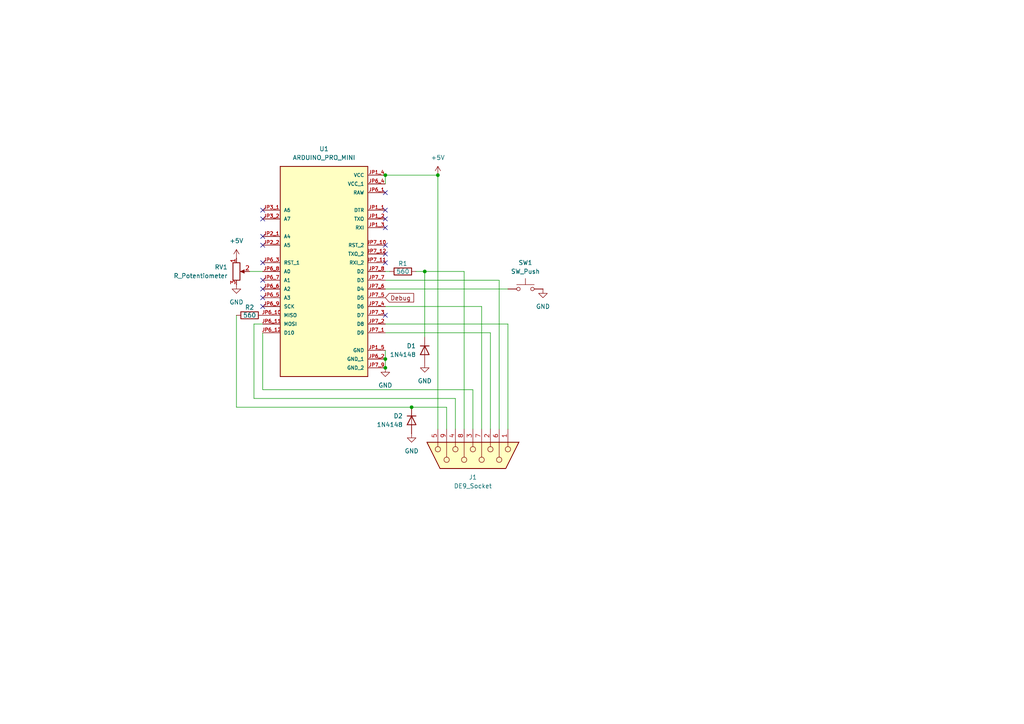
<source format=kicad_sch>
(kicad_sch (version 20250114) (generator "eeschema") (generator_version "9.0")
  (paper "A4")
  (lib_symbols
    (symbol "Connector:DE9_Socket" (pin_names (offset 1.016) (hide yes))
      (property "Reference" "J" (at 0 13.97 0))
      (property "Value" "DE9_Socket" (at 0 -14.605 0))
      (symbol "DE9_Socket_0_1"
        (polyline (pts (xy -3.81 13.335) (xy -3.81 -13.335) (xy 3.81 -9.525) (xy 3.81 9.525) (xy -3.81 13.335)) (stroke (width 0.254)) (fill (type background)))
        (polyline (pts (xy -3.81 10.16) (xy -2.54 10.16)))
        (polyline (pts (xy -3.81 7.62) (xy 0.508 7.62)))
        (polyline (pts (xy -3.81 5.08) (xy -2.54 5.08)))
        (polyline (pts (xy -3.81 2.54) (xy 0.508 2.54)))
        (polyline (pts (xy -3.81 0) (xy -2.54 0)))
        (polyline (pts (xy -3.81 -2.54) (xy 0.508 -2.54)))
        (polyline (pts (xy -3.81 -5.08) (xy -2.54 -5.08)))
        (polyline (pts (xy -3.81 -7.62) (xy 0.508 -7.62)))
        (polyline (pts (xy -3.81 -10.16) (xy -2.54 -10.16)))
        (circle (center -1.778 10.16) (radius 0.762))
        (circle (center -1.778 5.08) (radius 0.762))
        (circle (center -1.778 0) (radius 0.762))
        (circle (center -1.778 -5.08) (radius 0.762))
        (circle (center -1.778 -10.16) (radius 0.762))
        (circle (center 1.27 7.62) (radius 0.762))
        (circle (center 1.27 2.54) (radius 0.762))
        (circle (center 1.27 -2.54) (radius 0.762))
        (circle (center 1.27 -7.62) (radius 0.762))
      )
      (symbol "DE9_Socket_1_1"
        (pin passive line (at -7.62 10.16 0) (length 3.81) (name "1") (number "1"))
        (pin passive line (at -7.62 7.62 0) (length 3.81) (name "6") (number "6"))
        (pin passive line (at -7.62 5.08 0) (length 3.81) (name "2") (number "2"))
        (pin passive line (at -7.62 2.54 0) (length 3.81) (name "7") (number "7"))
        (pin passive line (at -7.62 0 0) (length 3.81) (name "3") (number "3"))
        (pin passive line (at -7.62 -2.54 0) (length 3.81) (name "8") (number "8"))
        (pin passive line (at -7.62 -5.08 0) (length 3.81) (name "4") (number "4"))
        (pin passive line (at -7.62 -7.62 0) (length 3.81) (name "9") (number "9"))
        (pin passive line (at -7.62 -10.16 0) (length 3.81) (name "5") (number "5"))
      )
    )
    (symbol "Device:R" (pin_numbers (hide yes)) (pin_names (offset 0))
      (property "Reference" "R" (at 2.032 0 90))
      (property "Value" "R" (at 0 0 90))
      (symbol "R_0_1"
        (rectangle (start -1.016 -2.54) (end 1.016 2.54) (stroke (width 0.254)))
      )
      (symbol "R_1_1"
        (pin passive line (at 0 3.81 270) (length 1.27) (name "~") (number "1"))
        (pin passive line (at 0 -3.81 90) (length 1.27) (name "~") (number "2"))
      )
    )
    (symbol "Device:R_Potentiometer" (pin_names (offset 1.016) (hide yes))
      (property "Reference" "RV" (at -4.445 0 90))
      (property "Value" "R_Potentiometer" (at -2.54 0 90))
      (symbol "R_Potentiometer_0_1"
        (rectangle (start 1.016 2.54) (end -1.016 -2.54) (stroke (width 0.254)))
        (polyline (pts (xy 1.143 0) (xy 2.286 0.508) (xy 2.286 -0.508) (xy 1.143 0)) (fill (type outline)))
        (polyline (pts (xy 2.54 0) (xy 1.524 0)))
      )
      (symbol "R_Potentiometer_1_1"
        (pin passive line (at 0 3.81 270) (length 1.27) (name "1") (number "1"))
        (pin passive line (at 0 -3.81 90) (length 1.27) (name "3") (number "3"))
        (pin passive line (at 3.81 0 180) (length 1.27) (name "2") (number "2"))
      )
    )
    (symbol "Diode:1N4148" (pin_numbers (hide yes)) (pin_names (hide yes))
      (property "Reference" "D" (at 0 2.54 0))
      (property "Value" "1N4148" (at 0 -2.54 0))
      (symbol "1N4148_0_1"
        (polyline (pts (xy -1.27 1.27) (xy -1.27 -1.27)) (stroke (width 0.254)))
        (polyline (pts (xy 1.27 1.27) (xy 1.27 -1.27) (xy -1.27 0) (xy 1.27 1.27)) (stroke (width 0.254)))
        (polyline (pts (xy 1.27 0) (xy -1.27 0)))
      )
      (symbol "1N4148_1_1"
        (pin passive line (at -3.81 0 0) (length 2.54) (name "K") (number "1"))
        (pin passive line (at 3.81 0 180) (length 2.54) (name "A") (number "2"))
      )
    )
    (symbol "Evan's parts:ARDUINO_PRO_MINI" (pin_names (offset 1.016))
      (property "Reference" "U" (at -12.7 31.75 0))
      (property "Value" "ARDUINO_PRO_MINI" (at -12.7 -33.02 0))
      (symbol "ARDUINO_PRO_MINI_0_0"
        (rectangle (start -12.7 -30.48) (end 12.7 30.48) (stroke (width 0.254)) (fill (type background)))
        (pin input line (at -17.78 17.78 0) (length 5.08) (name "A6") (number "JP3_1"))
        (pin input line (at -17.78 15.24 0) (length 5.08) (name "A7") (number "JP3_2"))
        (pin bidirectional line (at -17.78 10.16 0) (length 5.08) (name "A4") (number "JP2_1"))
        (pin bidirectional line (at -17.78 7.62 0) (length 5.08) (name "A5") (number "JP2_2"))
        (pin input line (at -17.78 2.54 0) (length 5.08) (name "RST_1") (number "JP6_3"))
        (pin bidirectional line (at -17.78 0 0) (length 5.08) (name "A0") (number "JP6_8"))
        (pin bidirectional line (at -17.78 -2.54 0) (length 5.08) (name "A1") (number "JP6_7"))
        (pin bidirectional line (at -17.78 -5.08 0) (length 5.08) (name "A2") (number "JP6_6"))
        (pin bidirectional line (at -17.78 -7.62 0) (length 5.08) (name "A3") (number "JP6_5"))
        (pin bidirectional line (at -17.78 -10.16 0) (length 5.08) (name "SCK") (number "JP6_9"))
        (pin bidirectional line (at -17.78 -12.7 0) (length 5.08) (name "MISO") (number "JP6_10"))
        (pin bidirectional line (at -17.78 -15.24 0) (length 5.08) (name "MOSI") (number "JP6_11"))
        (pin bidirectional line (at -17.78 -17.78 0) (length 5.08) (name "D10") (number "JP6_12"))
        (pin power_in line (at 17.78 27.94 180) (length 5.08) (name "VCC") (number "JP1_4"))
        (pin power_in line (at 17.78 25.4 180) (length 5.08) (name "VCC_1") (number "JP6_4"))
        (pin power_in line (at 17.78 22.86 180) (length 5.08) (name "RAW") (number "JP6_1"))
        (pin input line (at 17.78 17.78 180) (length 5.08) (name "DTR") (number "JP1_1"))
        (pin bidirectional line (at 17.78 15.24 180) (length 5.08) (name "TXO") (number "JP1_2"))
        (pin bidirectional line (at 17.78 12.7 180) (length 5.08) (name "RXI") (number "JP1_3"))
        (pin input line (at 17.78 7.62 180) (length 5.08) (name "RST_2") (number "JP7_10"))
        (pin bidirectional line (at 17.78 5.08 180) (length 5.08) (name "TXO_2") (number "JP7_12"))
        (pin bidirectional line (at 17.78 2.54 180) (length 5.08) (name "RXI_2") (number "JP7_11"))
        (pin bidirectional line (at 17.78 0 180) (length 5.08) (name "D2") (number "JP7_8"))
        (pin bidirectional line (at 17.78 -2.54 180) (length 5.08) (name "D3") (number "JP7_7"))
        (pin bidirectional line (at 17.78 -5.08 180) (length 5.08) (name "D4") (number "JP7_6"))
        (pin bidirectional line (at 17.78 -7.62 180) (length 5.08) (name "D5") (number "JP7_5"))
        (pin bidirectional line (at 17.78 -10.16 180) (length 5.08) (name "D6") (number "JP7_4"))
        (pin bidirectional line (at 17.78 -12.7 180) (length 5.08) (name "D7") (number "JP7_3"))
        (pin bidirectional line (at 17.78 -15.24 180) (length 5.08) (name "D8") (number "JP7_2"))
        (pin bidirectional line (at 17.78 -17.78 180) (length 5.08) (name "D9") (number "JP7_1"))
        (pin power_in line (at 17.78 -22.86 180) (length 5.08) (name "GND") (number "JP1_5"))
        (pin power_in line (at 17.78 -22.86 180) (length 5.08) (hide yes) (name "GND") (number "JP1_6"))
        (pin power_in line (at 17.78 -25.4 180) (length 5.08) (name "GND_1") (number "JP6_2"))
        (pin power_in line (at 17.78 -27.94 180) (length 5.08) (name "GND_2") (number "JP7_9"))
      )
    )
    (symbol "Switch:SW_Push" (pin_numbers (hide yes)) (pin_names (offset 1.016) (hide yes))
      (property "Reference" "SW" (at 1.27 2.54 0))
      (property "Value" "SW_Push" (at 0 -1.524 0))
      (symbol "SW_Push_0_1"
        (circle (center -2.032 0) (radius 0.508))
        (polyline (pts (xy 0 1.27) (xy 0 3.048)))
        (circle (center 2.032 0) (radius 0.508))
        (polyline (pts (xy 2.54 1.27) (xy -2.54 1.27)))
        (pin passive line (at -5.08 0 0) (length 2.54) (name "1") (number "1"))
        (pin passive line (at 5.08 0 180) (length 2.54) (name "2") (number "2"))
      )
    )
    (symbol "power:+5V" (power) (pin_numbers (hide yes)) (pin_names (offset 0) (hide yes))
      (property "Value" "+5V" (at 0 3.556 0))
      (symbol "+5V_0_1"
        (polyline (pts (xy -0.762 1.27) (xy 0 2.54)))
        (polyline (pts (xy 0 2.54) (xy 0.762 1.27)))
        (polyline (pts (xy 0 0) (xy 0 2.54)))
      )
      (symbol "+5V_1_1"
        (pin power_in line (at 0 0 90) (length 0) (name "~") (number "1"))
      )
    )
    (symbol "power:GND" (power) (pin_numbers (hide yes)) (pin_names (offset 0) (hide yes))
      (property "Value" "GND" (at 0 -3.81 0))
      (symbol "GND_0_1"
        (polyline (pts (xy 0 0) (xy 0 -1.27) (xy 1.27 -1.27) (xy 0 -2.54) (xy -1.27 -1.27) (xy 0 -1.27)))
      )
      (symbol "GND_1_1"
        (pin power_in line (at 0 0 270) (length 0) (name "~") (number "1"))
      )
    )
  )
  (junction (at 127 50.8))
  (junction (at 119.38 118.11))
  (junction (at 111.76 104.14))
  (junction (at 111.76 106.68))
  (junction (at 111.76 50.8))
  (junction (at 123.19 78.74))
  (no_connect (at 111.76 60.96))
  (no_connect (at 111.76 71.12))
  (no_connect (at 111.76 66.04))
  (no_connect (at 76.2 81.28))
  (no_connect (at 111.76 55.88))
  (no_connect (at 76.2 63.5))
  (no_connect (at 111.76 76.2))
  (no_connect (at 76.2 68.58))
  (no_connect (at 111.76 63.5))
  (no_connect (at 111.76 73.66))
  (no_connect (at 111.76 91.44))
  (no_connect (at 76.2 83.82))
  (no_connect (at 76.2 86.36))
  (no_connect (at 76.2 71.12))
  (no_connect (at 76.2 76.2))
  (no_connect (at 76.2 60.96))
  (no_connect (at 76.2 88.9))
  (wire (pts (xy 111.76 50.8) (xy 111.76 53.34)))
  (wire (pts (xy 134.62 78.74) (xy 134.62 124.46)))
  (wire (pts (xy 111.76 104.14) (xy 111.76 106.68)))
  (wire (pts (xy 127 124.46) (xy 127 50.8)))
  (wire (pts (xy 123.19 97.79) (xy 123.19 78.74)))
  (wire (pts (xy 123.19 78.74) (xy 134.62 78.74)))
  (wire (pts (xy 147.32 83.82) (xy 111.76 83.82)))
  (wire (pts (xy 73.66 115.57) (xy 132.08 115.57)))
  (wire (pts (xy 72.39 78.74) (xy 76.2 78.74)))
  (wire (pts (xy 139.7 124.46) (xy 139.7 88.9)))
  (wire (pts (xy 120.65 78.74) (xy 123.19 78.74)))
  (wire (pts (xy 68.58 118.11) (xy 119.38 118.11)))
  (wire (pts (xy 142.24 96.52) (xy 142.24 124.46)))
  (wire (pts (xy 137.16 113.03) (xy 137.16 124.46)))
  (wire (pts (xy 139.7 88.9) (xy 111.76 88.9)))
  (wire (pts (xy 129.54 118.11) (xy 129.54 124.46)))
  (wire (pts (xy 76.2 93.98) (xy 73.66 93.98)))
  (wire (pts (xy 68.58 91.44) (xy 68.58 118.11)))
  (wire (pts (xy 147.32 93.98) (xy 147.32 124.46)))
  (wire (pts (xy 119.38 118.11) (xy 129.54 118.11)))
  (wire (pts (xy 111.76 101.6) (xy 111.76 104.14)))
  (wire (pts (xy 113.03 78.74) (xy 111.76 78.74)))
  (wire (pts (xy 76.2 113.03) (xy 137.16 113.03)))
  (wire (pts (xy 111.76 96.52) (xy 142.24 96.52)))
  (wire (pts (xy 76.2 96.52) (xy 76.2 113.03)))
  (wire (pts (xy 127 50.8) (xy 111.76 50.8)))
  (wire (pts (xy 73.66 93.98) (xy 73.66 115.57)))
  (wire (pts (xy 144.78 124.46) (xy 144.78 81.28)))
  (wire (pts (xy 111.76 93.98) (xy 147.32 93.98)))
  (wire (pts (xy 132.08 115.57) (xy 132.08 124.46)))
  (wire (pts (xy 144.78 81.28) (xy 111.76 81.28)))
  (global_label "Debug" (shape input) (at 111.76 86.36 0) (property "Intersheetrefs" "${INTERSHEET_REFS}" (effects (hide yes))))
  (symbol (lib_id "Device:R_Potentiometer") (at 68.58 78.74 0) (unit 1)
    (property "Reference" "RV1" (at 66.04 77.4699 0) (effects (justify right)))
    (property "Value" "R_Potentiometer" (at 66.04 80.0099 0) (effects (justify right)))
    (property "Description" "Potentiometer" (effects (hide yes)))
  )
  (symbol (lib_id "Evan's parts:ARDUINO_PRO_MINI") (at 93.98 78.74 0) (unit 1)
    (property "Reference" "U1" (at 93.98 43.18 0))
    (property "Value" "ARDUINO_PRO_MINI" (at 93.98 45.72 0))
    (property "Footprint" "ARDUINO_PRO_MINI:MODULE_ARDUINO_PRO_MINI" (effects (hide yes)))
    (property "MF" "Arduino" (effects (hide yes)))
    (property "MAXIMUM_PACKAGE_HEIGHT" "N/A" (effects (hide yes)))
    (property "Package" "None" (effects (hide yes)))
    (property "Price" "None" (effects (hide yes)))
    (property "Check_prices" "https://www.snapeda.com/parts/Arduino%20Pro%20Mini/Arduino/view-part/?ref=eda" (effects (hide yes)))
    (property "STANDARD" "Manufacturer Recommendations" (effects (hide yes)))
    (property "PARTREV" "N/A" (effects (hide yes)))
    (property "SnapEDA_Link" "https://www.snapeda.com/parts/Arduino%20Pro%20Mini/Arduino/view-part/?ref=snap" (effects (hide yes)))
    (property "MP" "Arduino Pro Mini" (effects (hide yes)))
    (property "Description_1" "This board was developed for applications and installations where space is premium and projects are made as permanent set ups. Small, available in 3.3 V and 5 V versions, powered by ATmega328P." (effects (hide yes)))
    (property "Availability" "In Stock" (effects (hide yes)))
    (property "MANUFACTURER" "SparkFun Electronics" (effects (hide yes)))
  )
  (symbol (lib_id "Device:R") (at 72.39 91.44 90) (unit 1)
    (property "Reference" "R2" (at 72.39 89.154 90))
    (property "Value" "560" (at 72.39 91.44 90))
    (property "Description" "Resistor" (effects (hide yes)))
  )
  (symbol (lib_id "Device:R") (at 116.84 78.74 90) (unit 1)
    (property "Reference" "R1" (at 116.84 76.454 90))
    (property "Value" "560" (at 116.84 78.74 90))
    (property "Description" "Resistor" (effects (hide yes)))
  )
  (symbol (lib_id "Switch:SW_Push") (at 152.4 83.82 0) (unit 1)
    (property "Reference" "SW1" (at 152.4 76.2 0))
    (property "Value" "SW_Push" (at 152.4 78.74 0))
    (property "Description" "Push button switch, generic, two pins" (effects (hide yes)))
  )
  (symbol (lib_id "power:GND") (at 157.48 83.82 0) (unit 1)
    (property "Reference" "#PWR01" (effects (hide yes)))
    (property "Value" "GND" (at 157.48 88.9 0))
    (property "Description" "Power symbol creates a global label with name \"GND\" , ground" (effects (hide yes)))
  )
  (symbol (lib_id "Connector:DE9_Socket") (at 137.16 132.08 270) (unit 1)
    (property "Reference" "J1" (at 137.16 138.43 90))
    (property "Value" "DE9_Socket" (at 137.16 140.97 90))
    (property "Description" "9-pin D-SUB connector, socket (female)" (effects (hide yes)))
  )
  (symbol (lib_id "Diode:1N4148") (at 119.38 121.92 90) (mirror x) (unit 1)
    (property "Reference" "D2" (at 116.84 120.6499 90) (effects (justify left)))
    (property "Value" "1N4148" (at 116.84 123.1899 90) (effects (justify left)))
    (property "Footprint" "Diode_THT:D_DO-35_SOD27_P7.62mm_Horizontal" (effects (hide yes)))
    (property "Datasheet" "https://assets.nexperia.com/documents/data-sheet/1N4148_1N4448.pdf" (effects (hide yes)))
    (property "Description" "100V 0.15A standard switching diode, DO-35" (effects (hide yes)))
    (property "Sim.Device" "D" (effects (hide yes)))
    (property "Sim.Pins" "1=K 2=A" (effects (hide yes)))
  )
  (symbol (lib_id "power:+5V") (at 68.58 74.93 0) (unit 1)
    (property "Reference" "#PWR06" (effects (hide yes)))
    (property "Value" "+5V" (at 68.58 69.85 0))
    (property "Description" "Power symbol creates a global label with name \"+5V\"" (effects (hide yes)))
  )
  (symbol (lib_id "power:GND") (at 111.76 106.68 0) (unit 1)
    (property "Reference" "#PWR02" (effects (hide yes)))
    (property "Value" "GND" (at 111.76 111.76 0))
    (property "Description" "Power symbol creates a global label with name \"GND\" , ground" (effects (hide yes)))
  )
  (symbol (lib_id "power:GND") (at 68.58 82.55 0) (unit 1)
    (property "Reference" "#PWR05" (effects (hide yes)))
    (property "Value" "GND" (at 68.58 87.63 0))
    (property "Description" "Power symbol creates a global label with name \"GND\" , ground" (effects (hide yes)))
  )
  (symbol (lib_id "Diode:1N4148") (at 123.19 101.6 90) (mirror x) (unit 1)
    (property "Reference" "D1" (at 120.65 100.3299 90) (effects (justify left)))
    (property "Value" "1N4148" (at 120.65 102.8699 90) (effects (justify left)))
    (property "Footprint" "Diode_THT:D_DO-35_SOD27_P7.62mm_Horizontal" (effects (hide yes)))
    (property "Datasheet" "https://assets.nexperia.com/documents/data-sheet/1N4148_1N4448.pdf" (effects (hide yes)))
    (property "Description" "100V 0.15A standard switching diode, DO-35" (effects (hide yes)))
    (property "Sim.Device" "D" (effects (hide yes)))
    (property "Sim.Pins" "1=K 2=A" (effects (hide yes)))
  )
  (symbol (lib_id "power:GND") (at 119.38 125.73 0) (unit 1)
    (property "Reference" "#PWR04" (effects (hide yes)))
    (property "Value" "GND" (at 119.38 130.81 0))
    (property "Description" "Power symbol creates a global label with name \"GND\" , ground" (effects (hide yes)))
  )
  (symbol (lib_id "power:GND") (at 123.19 105.41 0) (unit 1)
    (property "Reference" "#PWR03" (effects (hide yes)))
    (property "Value" "GND" (at 123.19 110.49 0))
    (property "Description" "Power symbol creates a global label with name \"GND\" , ground" (effects (hide yes)))
  )
  (symbol (lib_id "power:+5V") (at 127 50.8 0) (unit 1)
    (property "Reference" "#PWR07" (effects (hide yes)))
    (property "Value" "+5V" (at 127 45.72 0))
    (property "Description" "Power symbol creates a global label with name \"+5V\"" (effects (hide yes)))
  )
)
</source>
